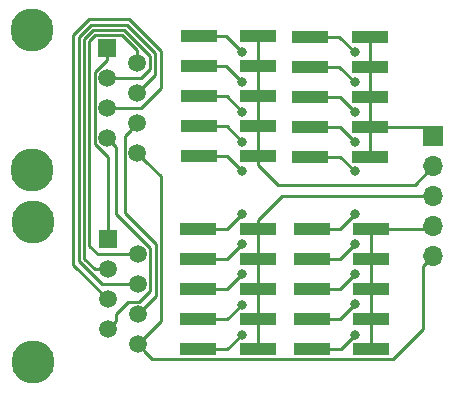
<source format=gbr>
G04 #@! TF.GenerationSoftware,KiCad,Pcbnew,(5.1.4-0-10_14)*
G04 #@! TF.CreationDate,2019-11-29T21:54:42+03:00*
G04 #@! TF.ProjectId,VHClick-rev1,5648436c-6963-46b2-9d72-6576312e6b69,rev?*
G04 #@! TF.SameCoordinates,Original*
G04 #@! TF.FileFunction,Copper,L1,Top*
G04 #@! TF.FilePolarity,Positive*
%FSLAX46Y46*%
G04 Gerber Fmt 4.6, Leading zero omitted, Abs format (unit mm)*
G04 Created by KiCad (PCBNEW (5.1.4-0-10_14)) date 2019-11-29 21:54:42*
%MOMM*%
%LPD*%
G04 APERTURE LIST*
%ADD10C,1.500000*%
%ADD11R,1.500000X1.500000*%
%ADD12C,3.650000*%
%ADD13R,3.150000X1.000000*%
%ADD14O,1.700000X1.700000*%
%ADD15R,1.700000X1.700000*%
%ADD16C,0.800000*%
%ADD17C,0.250000*%
G04 APERTURE END LIST*
D10*
X124548900Y-75598100D03*
X122008900Y-74328100D03*
X124548900Y-73058100D03*
X122008900Y-71788100D03*
X124548900Y-70518100D03*
X122008900Y-69248100D03*
X124548900Y-67978100D03*
D11*
X122008900Y-66708100D03*
D12*
X115658900Y-65218100D03*
X115658900Y-77088100D03*
X115671600Y-93311000D03*
X115671600Y-81441000D03*
D11*
X122021600Y-82931000D03*
D10*
X124561600Y-84201000D03*
X122021600Y-85471000D03*
X124561600Y-86741000D03*
X122021600Y-88011000D03*
X124561600Y-89281000D03*
X122021600Y-90551000D03*
X124561600Y-91821000D03*
D13*
X144371300Y-92214700D03*
X139321300Y-92214700D03*
X144371300Y-89674700D03*
X139321300Y-89674700D03*
X144371300Y-87134700D03*
X139321300Y-87134700D03*
X144371300Y-84594700D03*
X139321300Y-84594700D03*
X144371300Y-82054700D03*
X139321300Y-82054700D03*
X129720100Y-82059700D03*
X134770100Y-82059700D03*
X129720100Y-84599700D03*
X134770100Y-84599700D03*
X129720100Y-87139700D03*
X134770100Y-87139700D03*
X129720100Y-89679700D03*
X134770100Y-89679700D03*
X129720100Y-92219700D03*
X134770100Y-92219700D03*
X134782800Y-75882500D03*
X129732800Y-75882500D03*
X134782800Y-73342500D03*
X129732800Y-73342500D03*
X134782800Y-70802500D03*
X129732800Y-70802500D03*
X134782800Y-68262500D03*
X129732800Y-68262500D03*
X134782800Y-65722500D03*
X129732800Y-65722500D03*
X139207000Y-65747900D03*
X144257000Y-65747900D03*
X139207000Y-68287900D03*
X144257000Y-68287900D03*
X139207000Y-70827900D03*
X144257000Y-70827900D03*
X139207000Y-73367900D03*
X144257000Y-73367900D03*
X139207000Y-75907900D03*
X144257000Y-75907900D03*
D14*
X149580600Y-84366100D03*
X149580600Y-81826100D03*
X149580600Y-79286100D03*
X149580600Y-76746100D03*
D15*
X149580600Y-74206100D03*
D16*
X143002000Y-80759300D03*
X142989300Y-83324700D03*
X142989300Y-85877400D03*
X142989300Y-88430100D03*
X143002000Y-90982800D03*
X133438900Y-80759300D03*
X133438900Y-83312000D03*
X133413500Y-85877400D03*
X133400800Y-88442800D03*
X133413500Y-90982800D03*
X133413500Y-67043300D03*
X133400800Y-69583300D03*
X133413500Y-72110600D03*
X133413500Y-74637900D03*
X133413500Y-77165200D03*
X142951200Y-67056000D03*
X142951200Y-69583300D03*
X142976600Y-72097900D03*
X142989300Y-74637900D03*
X142963900Y-77165200D03*
D17*
X141706600Y-82054700D02*
X143002000Y-80759300D01*
X139321300Y-82054700D02*
X141706600Y-82054700D01*
X120933899Y-74844101D02*
X120933899Y-68783101D01*
X122008900Y-67708100D02*
X122008900Y-66708100D01*
X120933899Y-68783101D02*
X122008900Y-67708100D01*
X122021600Y-75931802D02*
X120933899Y-74844101D01*
X122021600Y-82931000D02*
X122021600Y-75931802D01*
X123264559Y-65633099D02*
X124548900Y-66917440D01*
X120998899Y-65633099D02*
X123264559Y-65633099D01*
X124548900Y-66917440D02*
X124548900Y-67978100D01*
X120483889Y-66148109D02*
X120998899Y-65633099D01*
X120483889Y-83478291D02*
X120483889Y-66148109D01*
X121206598Y-84201000D02*
X120483889Y-83478291D01*
X124561600Y-84201000D02*
X121206598Y-84201000D01*
X141719300Y-84594700D02*
X142989300Y-83324700D01*
X139321300Y-84594700D02*
X141719300Y-84594700D01*
X141732000Y-87134700D02*
X142989300Y-85877400D01*
X139321300Y-87134700D02*
X141732000Y-87134700D01*
X123069560Y-69248100D02*
X122008900Y-69248100D01*
X124869902Y-69248100D02*
X123069560Y-69248100D01*
X125623901Y-68494101D02*
X124869902Y-69248100D01*
X125623901Y-67356031D02*
X125623901Y-68494101D01*
X123450960Y-65183090D02*
X125623901Y-67356031D01*
X120033879Y-84543939D02*
X120033880Y-65961708D01*
X120812499Y-65183089D02*
X123450960Y-65183090D01*
X120033880Y-65961708D02*
X120812499Y-65183089D01*
X120960940Y-85471000D02*
X120033879Y-84543939D01*
X122021600Y-85471000D02*
X120960940Y-85471000D01*
X125298899Y-69768101D02*
X124548900Y-70518100D01*
X126073911Y-68993089D02*
X125298899Y-69768101D01*
X126073911Y-67169631D02*
X126073911Y-68993089D01*
X123637361Y-64733081D02*
X126073911Y-67169631D01*
X120626100Y-64733080D02*
X123637361Y-64733081D01*
X119583871Y-65775307D02*
X120626100Y-64733080D01*
X119583870Y-84730338D02*
X119583871Y-65775307D01*
X121594530Y-86741000D02*
X119583870Y-84730338D01*
X124561600Y-86741000D02*
X121594530Y-86741000D01*
X141744700Y-89674700D02*
X142989300Y-88430100D01*
X139321300Y-89674700D02*
X141744700Y-89674700D01*
X141770100Y-92214700D02*
X143002000Y-90982800D01*
X139321300Y-92214700D02*
X141770100Y-92214700D01*
X123069560Y-71788100D02*
X122008900Y-71788100D01*
X124869902Y-71788100D02*
X123069560Y-71788100D01*
X126523921Y-66983231D02*
X126523921Y-70134081D01*
X123823762Y-64283072D02*
X126523921Y-66983231D01*
X120439701Y-64283071D02*
X123823762Y-64283072D01*
X126523921Y-70134081D02*
X124869902Y-71788100D01*
X119133863Y-65588906D02*
X120439701Y-64283071D01*
X119133861Y-85123261D02*
X119133863Y-65588906D01*
X122021600Y-88011000D02*
X119133861Y-85123261D01*
X132138500Y-82059700D02*
X133438900Y-80759300D01*
X129720100Y-82059700D02*
X132138500Y-82059700D01*
X132151200Y-84599700D02*
X133438900Y-83312000D01*
X129720100Y-84599700D02*
X132151200Y-84599700D01*
X132151200Y-87139700D02*
X133413500Y-85877400D01*
X129720100Y-87139700D02*
X132151200Y-87139700D01*
X132163900Y-89679700D02*
X133400800Y-88442800D01*
X129720100Y-89679700D02*
X132163900Y-89679700D01*
X132176600Y-92219700D02*
X133413500Y-90982800D01*
X129720100Y-92219700D02*
X132176600Y-92219700D01*
X132092700Y-65722500D02*
X133413500Y-67043300D01*
X129732800Y-65722500D02*
X132092700Y-65722500D01*
X132080000Y-68262500D02*
X133400800Y-69583300D01*
X129732800Y-68262500D02*
X132080000Y-68262500D01*
X132105400Y-70802500D02*
X133413500Y-72110600D01*
X129732800Y-70802500D02*
X132105400Y-70802500D01*
X132118100Y-73342500D02*
X133413500Y-74637900D01*
X129732800Y-73342500D02*
X132118100Y-73342500D01*
X132130800Y-75882500D02*
X133413500Y-77165200D01*
X129732800Y-75882500D02*
X132130800Y-75882500D01*
X141643100Y-65747900D02*
X142951200Y-67056000D01*
X139207000Y-65747900D02*
X141643100Y-65747900D01*
X141655800Y-68287900D02*
X142951200Y-69583300D01*
X139207000Y-68287900D02*
X141655800Y-68287900D01*
X141706600Y-70827900D02*
X142976600Y-72097900D01*
X139207000Y-70827900D02*
X141706600Y-70827900D01*
X141719300Y-73367900D02*
X142989300Y-74637900D01*
X139207000Y-73367900D02*
X141719300Y-73367900D01*
X141706600Y-75907900D02*
X142963900Y-77165200D01*
X139207000Y-75907900D02*
X141706600Y-75907900D01*
X125311599Y-92570999D02*
X124561600Y-91821000D01*
X146201301Y-93044701D02*
X125785301Y-93044701D01*
X125785301Y-93044701D02*
X125311599Y-92570999D01*
X148730601Y-90515401D02*
X146201301Y-93044701D01*
X148730601Y-85216099D02*
X148730601Y-90515401D01*
X149580600Y-84366100D02*
X148730601Y-85216099D01*
X125298899Y-76348099D02*
X124548900Y-75598100D01*
X126536620Y-77585820D02*
X125298899Y-76348099D01*
X126536620Y-89845980D02*
X126536620Y-77585820D01*
X124561600Y-91821000D02*
X126536620Y-89845980D01*
X144371300Y-91464700D02*
X144371300Y-82054700D01*
X144371300Y-92214700D02*
X144371300Y-91464700D01*
X149352000Y-82054700D02*
X149580600Y-81826100D01*
X144371300Y-82054700D02*
X149352000Y-82054700D01*
X134770100Y-92219700D02*
X134770100Y-82059700D01*
X148378519Y-79286100D02*
X149580600Y-79286100D01*
X136793700Y-79286100D02*
X148378519Y-79286100D01*
X134770100Y-81309700D02*
X136793700Y-79286100D01*
X134770100Y-82059700D02*
X134770100Y-81309700D01*
X134782800Y-65722500D02*
X134782800Y-75882500D01*
X134782800Y-76632500D02*
X136445800Y-78295500D01*
X134782800Y-75882500D02*
X134782800Y-76632500D01*
X148031200Y-78295500D02*
X149580600Y-76746100D01*
X136445800Y-78295500D02*
X148031200Y-78295500D01*
X144257000Y-65747900D02*
X144257000Y-68287900D01*
X144257000Y-68287900D02*
X144257000Y-70827900D01*
X144257000Y-70827900D02*
X144257000Y-73367900D01*
X144257000Y-73367900D02*
X144257000Y-75907900D01*
X148742400Y-73367900D02*
X149580600Y-74206100D01*
X144257000Y-73367900D02*
X148742400Y-73367900D01*
X122771599Y-89216801D02*
X122771599Y-89801001D01*
X122771599Y-89801001D02*
X122021600Y-90551000D01*
X123782401Y-88205999D02*
X122771599Y-89216801D01*
X124687603Y-88205999D02*
X123782401Y-88205999D01*
X125636601Y-87257001D02*
X124687603Y-88205999D01*
X122758899Y-80807297D02*
X125636601Y-83684999D01*
X125636601Y-83684999D02*
X125636601Y-87257001D01*
X122758899Y-75078099D02*
X122758899Y-80807297D01*
X122008900Y-74328100D02*
X122758899Y-75078099D01*
X123473899Y-74133101D02*
X123798901Y-73808099D01*
X123473899Y-80712999D02*
X123473899Y-74133101D01*
X123798901Y-73808099D02*
X124548900Y-73058100D01*
X126086611Y-83325711D02*
X123473899Y-80712999D01*
X126086611Y-87755989D02*
X126086611Y-83325711D01*
X124561600Y-89281000D02*
X126086611Y-87755989D01*
M02*

</source>
